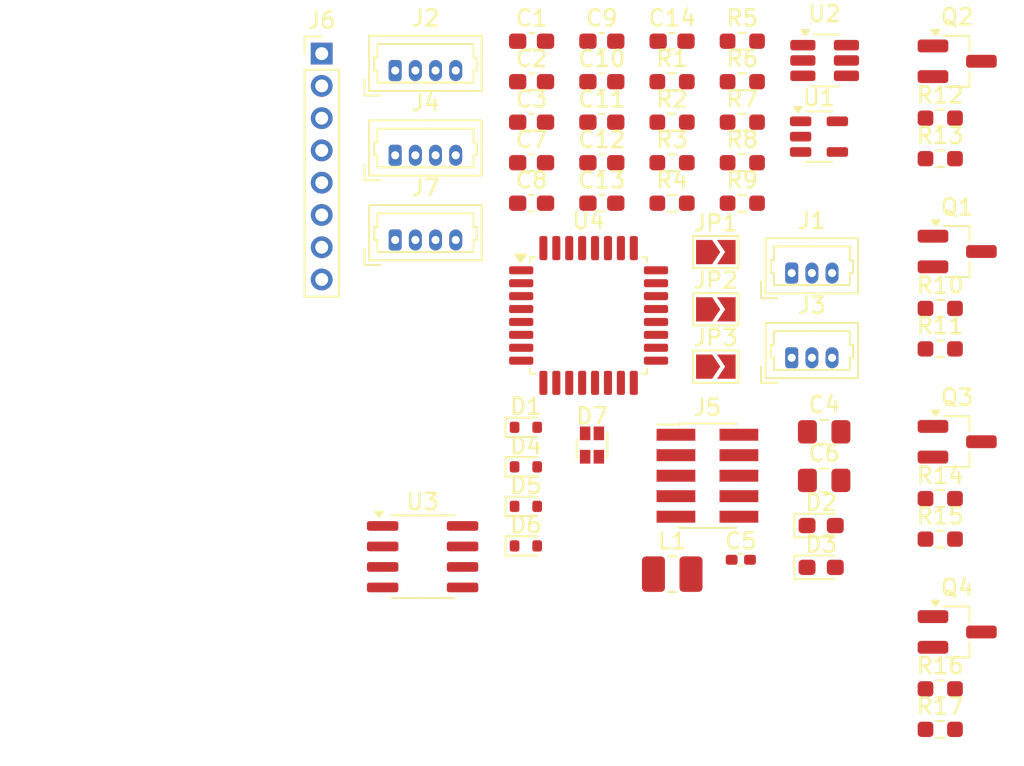
<source format=kicad_pcb>
(kicad_pcb (version 20240108) (generator "pcbnew") (generator_version "8.0")
  (layers (0 "F.Cu" signal) (31 "B.Cu" signal) (34 "B.Paste" user) (35 "F.Paste" user) (36 "B.SilkS" user "B.Silkscreen") (37 "F.SilkS" user "F.Silkscreen") (38 "B.Mask" user) (39 "F.Mask" user) (44 "Edge.Cuts" user))
  (net 0 "")
  (net 1 "Net-(U2-VBST)")
  (net 2 "Net-(U2-SW)")
  (net 3 "GND")
  (net 4 "+5V")
  (net 5 "Net-(U1-Bypass)")
  (net 6 "+3V3")
  (net 7 "+24V")
  (net 8 "/~{RST}")
  (net 9 "Net-(D2-A)")
  (net 10 "/CAN_TX")
  (net 11 "/CAN_RX")
  (net 12 "Net-(D3-A)")
  (net 13 "/SWDIO")
  (net 14 "/SWCLK")
  (net 15 "Net-(D7-A2)")
  (net 16 "Net-(D7-A1)")
  (net 17 "/LED_lowSide_driver1/drain")
  (net 18 "/LED_lowSide_driver/drain")
  (net 19 "/CAN+")
  (net 20 "/CAN-")
  (net 21 "/LED_lowSide_driver3/drain")
  (net 22 "/LED_lowSide_driver2/drain")
  (net 27 "Net-(J6-Pin_7)")
  (net 28 "Net-(J6-Pin_1)")
  (net 29 "Net-(J6-Pin_2)")
  (net 30 "Net-(J6-Pin_8)")
  (net 31 "Net-(J6-Pin_5)")
  (net 32 "Net-(J6-Pin_6)")
  (net 33 "Net-(J6-Pin_4)")
  (net 34 "Net-(J6-Pin_3)")
  (net 35 "/ledClock")
  (net 36 "/ledData")
  (net 37 "/adressBit2")
  (net 38 "/adressBit1")
  (net 39 "/adressBit0")
  (net 40 "Net-(Q1-G)")
  (net 41 "Net-(Q2-G)")
  (net 42 "Net-(Q3-G)")
  (net 43 "Net-(Q4-G)")
  (net 44 "Net-(U2-VFB)")
  (net 45 "/Status_LED_Red")
  (net 46 "/Status_LED_Green")
  (net 47 "/LED0_warmWhite")
  (net 48 "/LED0_coldWhite")
  (net 49 "/LED1_warmWhite")
  (net 50 "/LED1_coldWhite")
  (footprint "Package_TO_SOT_SMD:SOT-23_Handsoldering" (layer "F.Cu") (at 160.7375 100.385)
    (property "Reference" "Q1" (at 0 -2.75 0) (layer "F.SilkS"))
    (property "Value" "IRLML0030")
    (pad "1" smd roundrect (at -1.5 -0.95) (size 1.9 0.8) (layers "F.Cu" "F.Paste" "F.Mask") (net 40 "Net-(Q1-G)"))
    (pad "2" smd roundrect (at -1.5 0.95) (size 1.9 0.8) (layers "F.Cu" "F.Paste" "F.Mask") (net 3 "GND"))
    (pad "3" smd roundrect (at 1.5 0) (size 1.9 0.8) (layers "F.Cu" "F.Paste" "F.Mask") (net 18 "/LED_lowSide_driver/drain"))
  )
  (footprint "Capacitor_SMD:C_0603_1608Metric_Pad1.08x0.95mm_HandSolder" (layer "F.Cu") (at 138.7275 92.37)
    (property "Reference" "C11" (at 0 -1.43 0) (layer "F.SilkS"))
    (property "Value" "1u")
    (pad "1" smd roundrect (at -0.8625 0) (size 1.075 0.95) (layers "F.Cu" "F.Paste" "F.Mask") (net 6 "+3V3"))
    (pad "2" smd roundrect (at 0.8625 0) (size 1.075 0.95) (layers "F.Cu" "F.Paste" "F.Mask") (net 3 "GND"))
  )
  (footprint "Resistor_SMD:R_0603_1608Metric_Pad0.98x0.95mm_HandSolder" (layer "F.Cu") (at 147.4275 87.35)
    (property "Reference" "R5" (at 0 -1.43 0) (layer "F.SilkS"))
    (property "Value" "1k2")
    (pad "1" smd roundrect (at -0.9125 0) (size 0.975 0.95) (layers "F.Cu" "F.Paste" "F.Mask") (net 12 "Net-(D3-A)"))
    (pad "2" smd roundrect (at 0.9125 0) (size 0.975 0.95) (layers "F.Cu" "F.Paste" "F.Mask") (net 6 "+3V3"))
  )
  (footprint "Capacitor_SMD:C_0603_1608Metric_Pad1.08x0.95mm_HandSolder" (layer "F.Cu") (at 138.7275 89.86)
    (property "Reference" "C10" (at 0 -1.43 0) (layer "F.SilkS"))
    (property "Value" "100n")
    (pad "1" smd roundrect (at -0.8625 0) (size 1.075 0.95) (layers "F.Cu" "F.Paste" "F.Mask") (net 8 "/~{RST}"))
    (pad "2" smd roundrect (at 0.8625 0) (size 1.075 0.95) (layers "F.Cu" "F.Paste" "F.Mask") (net 3 "GND"))
  )
  (footprint "Capacitor_SMD:C_0603_1608Metric_Pad1.08x0.95mm_HandSolder" (layer "F.Cu") (at 134.3775 92.37)
    (property "Reference" "C3" (at 0 -1.43 0) (layer "F.SilkS"))
    (property "Value" "22u")
    (pad "1" smd roundrect (at -0.8625 0) (size 1.075 0.95) (layers "F.Cu" "F.Paste" "F.Mask") (net 3 "GND"))
    (pad "2" smd roundrect (at 0.8625 0) (size 1.075 0.95) (layers "F.Cu" "F.Paste" "F.Mask") (net 4 "+5V"))
  )
  (footprint "MountingHole:MountingHole_3.2mm_M3_ISO14580" (layer "F.Cu") (at 106.6 112.2)
    (property "Reference" "H2" (hide yes))
    (property "Value" "MountingHole")
    (pad "" np_thru_hole circle (at 0 0) (size 3.2 3.2) (drill 3.2) (layers "*.Cu" "*.Mask"))
  )
  (footprint "Package_TO_SOT_SMD:SOT-23-6_Handsoldering" (layer "F.Cu") (at 152.5275 88.545)
    (property "Reference" "U2" (at 0 -2.9 0) (layer "F.SilkS"))
    (property "Value" "TPP361061-T6TR")
    (pad "1" smd roundrect (at -1.35 -0.95) (size 1.56 0.65) (layers "F.Cu" "F.Paste" "F.Mask") (net 1 "Net-(U2-VBST)"))
    (pad "2" smd roundrect (at -1.35 0) (size 1.56 0.65) (layers "F.Cu" "F.Paste" "F.Mask") (net 3 "GND"))
    (pad "3" smd roundrect (at -1.35 0.95) (size 1.56 0.65) (layers "F.Cu" "F.Paste" "F.Mask") (net 44 "Net-(U2-VFB)"))
    (pad "4" smd roundrect (at 1.35 0.95) (size 1.56 0.65) (layers "F.Cu" "F.Paste" "F.Mask") (net 7 "+24V"))
    (pad "5" smd roundrect (at 1.35 0) (size 1.56 0.65) (layers "F.Cu" "F.Paste" "F.Mask") (net 7 "+24V"))
    (pad "6" smd roundrect (at 1.35 -0.95) (size 1.56 0.65) (layers "F.Cu" "F.Paste" "F.Mask") (net 2 "Net-(U2-SW)"))
  )
  (footprint "Package_TO_SOT_SMD:SOT-23_Handsoldering" (layer "F.Cu") (at 160.7375 123.965)
    (property "Reference" "Q4" (at 0 -2.75 0) (layer "F.SilkS"))
    (property "Value" "IRLML0030")
    (pad "1" smd roundrect (at -1.5 -0.95) (size 1.9 0.8) (layers "F.Cu" "F.Paste" "F.Mask") (net 43 "Net-(Q4-G)"))
    (pad "2" smd roundrect (at -1.5 0.95) (size 1.9 0.8) (layers "F.Cu" "F.Paste" "F.Mask") (net 3 "GND"))
    (pad "3" smd roundrect (at 1.5 0) (size 1.9 0.8) (layers "F.Cu" "F.Paste" "F.Mask") (net 21 "/LED_lowSide_driver3/drain"))
  )
  (footprint "Diode_SMD:D_SOD-523" (layer "F.Cu") (at 134.0225 111.28)
    (property "Reference" "D1" (at 0 -1.3 0) (layer "F.SilkS"))
    (property "Value" "ESD5Zxx")
    (pad "1" smd roundrect (at -0.7 0 180) (size 0.6 0.7) (layers "F.Cu" "F.Paste" "F.Mask") (net 6 "+3V3"))
    (pad "2" smd roundrect (at 0.7 0 180) (size 0.6 0.7) (layers "F.Cu" "F.Paste" "F.Mask") (net 3 "GND"))
  )
  (footprint "Jumper:SolderJumper-2_P1.3mm_Open_TrianglePad1.0x1.5mm" (layer "F.Cu") (at 145.7875 103.97)
    (property "Reference" "JP2" (at 0 -1.8 0) (layer "F.SilkS"))
    (property "Value" "SolderJumper_2_Open")
    (pad "1" smd custom (at -0.725 0) (size 0.3 0.3) (layers "F.Cu" "F.Mask") (net 6 "+3V3") (options (clearance outline) (anchor rect)) (primitives (gr_poly (pts (xy 1 0) (xy 0.5 0.75) (xy -0.5 0.75) (xy -0.5 -0.75) (xy 0.5 -0.75)) (width 0) (fill yes))))
    (pad "2" smd custom (at 0.725 0) (size 0.3 0.3) (layers "F.Cu" "F.Mask") (net 38 "/adressBit1") (options (clearance outline) (anchor rect)) (primitives (gr_poly (pts (xy 0.5 0.75) (xy -0.65 0.75) (xy -0.15 0) (xy -0.65 -0.75) (xy 0.5 -0.75)) (width 0) (fill yes))))
  )
  (footprint "Diode_SMD:D_SOD-523" (layer "F.Cu") (at 134.0225 116.18)
    (property "Reference" "D5" (at 0 -1.3 0) (layer "F.SilkS"))
    (property "Value" "ESD5Zxx")
    (pad "1" smd roundrect (at -0.7 0 180) (size 0.6 0.7) (layers "F.Cu" "F.Paste" "F.Mask") (net 14 "/SWCLK"))
    (pad "2" smd roundrect (at 0.7 0 180) (size 0.6 0.7) (layers "F.Cu" "F.Paste" "F.Mask") (net 3 "GND"))
  )
  (footprint "Capacitor_SMD:C_0603_1608Metric_Pad1.08x0.95mm_HandSolder" (layer "F.Cu") (at 138.7275 97.39)
    (property "Reference" "C13" (at 0 -1.43 0) (layer "F.SilkS"))
    (property "Value" "10u")
    (pad "1" smd roundrect (at -0.8625 0) (size 1.075 0.95) (layers "F.Cu" "F.Paste" "F.Mask") (net 3 "GND"))
    (pad "2" smd roundrect (at 0.8625 0) (size 1.075 0.95) (layers "F.Cu" "F.Paste" "F.Mask") (net 6 "+3V3"))
  )
  (footprint "Connector_PinHeader_2.00mm:PinHeader_1x08_P2.00mm_Vertical" (layer "F.Cu") (at 121.3775 88.12)
    (property "Reference" "J6" (at 0 -2.06 0) (layer "F.SilkS"))
    (property "Value" "Conn_01x08_Pin")
    (pad "1" thru_hole rect (at 0 0) (size 1.35 1.35) (drill 0.8) (layers "*.Cu" "*.Mask") (net 28 "Net-(J6-Pin_1)"))
    (pad "2" thru_hole oval (at 0 2) (size 1.35 1.35) (drill 0.8) (layers "*.Cu" "*.Mask") (net 29 "Net-(J6-Pin_2)"))
    (pad "3" thru_hole oval (at 0 4) (size 1.35 1.35) (drill 0.8) (layers "*.Cu" "*.Mask") (net 34 "Net-(J6-Pin_3)"))
    (pad "4" thru_hole oval (at 0 6) (size 1.35 1.35) (drill 0.8) (layers "*.Cu" "*.Mask") (net 33 "Net-(J6-Pin_4)"))
    (pad "5" thru_hole oval (at 0 8) (size 1.35 1.35) (drill 0.8) (layers "*.Cu" "*.Mask") (net 31 "Net-(J6-Pin_5)"))
    (pad "6" thru_hole oval (at 0 10) (size 1.35 1.35) (drill 0.8) (layers "*.Cu" "*.Mask") (net 32 "Net-(J6-Pin_6)"))
    (pad "7" thru_hole oval (at 0 12) (size 1.35 1.35) (drill 0.8) (layers "*.Cu" "*.Mask") (net 27 "Net-(J6-Pin_7)"))
    (pad "8" thru_hole oval (at 0 14) (size 1.35 1.35) (drill 0.8) (layers "*.Cu" "*.Mask") (net 30 "Net-(J6-Pin_8)"))
  )
  (footprint "Resistor_SMD:R_0603_1608Metric_Pad0.98x0.95mm_HandSolder" (layer "F.Cu") (at 147.4275 94.88)
    (property "Reference" "R8" (at 0 -1.43 0) (layer "F.SilkS"))
    (property "Value" "68R")
    (pad "1" smd roundrect (at -0.9125 0) (size 0.975 0.95) (layers "F.Cu" "F.Paste" "F.Mask") (net 45 "/Status_LED_Red"))
    (pad "2" smd roundrect (at 0.9125 0) (size 0.975 0.95) (layers "F.Cu" "F.Paste" "F.Mask") (net 15 "Net-(D7-A2)"))
  )
  (footprint "Resistor_SMD:R_0603_1608Metric_Pad0.98x0.95mm_HandSolder" (layer "F.Cu") (at 159.6875 94.63)
    (property "Reference" "R13" (at 0 -1.43 0) (layer "F.SilkS"))
    (property "Value" "1M")
    (pad "1" smd roundrect (at -0.9125 0) (size 0.975 0.95) (layers "F.Cu" "F.Paste" "F.Mask") (net 41 "Net-(Q2-G)"))
    (pad "2" smd roundrect (at 0.9125 0) (size 0.975 0.95) (layers "F.Cu" "F.Paste" "F.Mask") (net 3 "GND"))
  )
  (footprint "Capacitor_SMD:C_0805_2012Metric_Pad1.18x1.45mm_HandSolder" (layer "F.Cu") (at 152.4975 111.56)
    (property "Reference" "C4" (at 0 -1.68 0) (layer "F.SilkS"))
    (property "Value" "1u")
    (pad "1" smd roundrect (at -1.0375 0) (size 1.175 1.45) (layers "F.Cu" "F.Paste" "F.Mask") (roundrect_rratio 0.212766) (net 4 "+5V"))
    (pad "2" smd roundrect (at 1.0375 0) (size 1.175 1.45) (layers "F.Cu" "F.Paste" "F.Mask") (roundrect_rratio 0.212766) (net 3 "GND"))
  )
  (footprint "Connector_Molex:Molex_PicoBlade_53047-0410_1x04_P1.25mm_Vertical" (layer "F.Cu") (at 125.9275 94.42)
    (property "Reference" "J4" (at 1.88 -3.25 0) (layer "F.SilkS"))
    (property "Value" "Power/CAN")
    (pad "1" thru_hole roundrect (at 0 0) (size 0.8 1.3) (drill 0.5) (layers "*.Cu" "*.Mask") (net 3 "GND"))
    (pad "2" thru_hole oval (at 1.25 0) (size 0.8 1.3) (drill 0.5) (layers "*.Cu" "*.Mask") (net 7 "+24V"))
    (pad "3" thru_hole oval (at 2.5 0) (size 0.8 1.3) (drill 0.5) (layers "*.Cu" "*.Mask") (net 19 "/CAN+"))
    (pad "4" thru_hole oval (at 3.75 0) (size 0.8 1.3) (drill 0.5) (layers "*.Cu" "*.Mask") (net 20 "/CAN-"))
  )
  (footprint "Capacitor_SMD:C_0603_1608Metric_Pad1.08x0.95mm_HandSolder" (layer "F.Cu") (at 134.3775 94.88)
    (property "Reference" "C7" (at 0 -1.43 0) (layer "F.SilkS"))
    (property "Value" "10u 35V")
    (pad "1" smd roundrect (at -0.8625 0) (size 1.075 0.95) (layers "F.Cu" "F.Paste" "F.Mask") (net 3 "GND"))
    (pad "2" smd roundrect (at 0.8625 0) (size 1.075 0.95) (layers "F.Cu" "F.Paste" "F.Mask") (net 7 "+24V"))
  )
  (footprint "MountingHole:MountingHole_3.2mm_M3_ISO14580" (layer "F.Cu") (at 106.6 105.37)
    (property "Reference" "H1" (hide yes))
    (property "Value" "MountingHole")
    (pad "" np_thru_hole circle (at 0 0) (size 3.2 3.2) (drill 3.2) (layers "*.Cu" "*.Mask"))
  )
  (footprint "Diode_SMD:D_SOD-523" (layer "F.Cu") (at 134.0225 118.63)
    (property "Reference" "D6" (at 0 -1.3 0) (layer "F.SilkS"))
    (property "Value" "ESD5Zxx")
    (pad "1" smd roundrect (at -0.7 0 180) (size 0.6 0.7) (layers "F.Cu" "F.Paste" "F.Mask") (net 8 "/~{RST}"))
    (pad "2" smd roundrect (at 0.7 0 180) (size 0.6 0.7) (layers "F.Cu" "F.Paste" "F.Mask") (net 3 "GND"))
  )
  (footprint "Resistor_SMD:R_0603_1608Metric_Pad0.98x0.95mm_HandSolder" (layer "F.Cu") (at 159.6875 92.12)
    (property "Reference" "R12" (at 0 -1.43 0) (layer "F.SilkS"))
    (property "Value" "100R")
    (pad "1" smd roundrect (at -0.9125 0) (size 0.975 0.95) (layers "F.Cu" "F.Paste" "F.Mask") (net 48 "/LED0_coldWhite"))
    (pad "2" smd roundrect (at 0.9125 0) (size 0.975 0.95) (layers "F.Cu" "F.Paste" "F.Mask") (net 41 "Net-(Q2-G)"))
  )
  (footprint "Connector_Molex:Molex_PicoBlade_53047-0410_1x04_P1.25mm_Vertical" (layer "F.Cu") (at 125.9275 89.17)
    (property "Reference" "J2" (at 1.88 -3.25 0) (layer "F.SilkS"))
    (property "Value" "Power/CAN")
    (pad "1" thru_hole roundrect (at 0 0) (size 0.8 1.3) (drill 0.5) (layers "*.Cu" "*.Mask") (net 3 "GND"))
    (pad "2" thru_hole oval (at 1.25 0) (size 0.8 1.3) (drill 0.5) (layers "*.Cu" "*.Mask") (net 7 "+24V"))
    (pad "3" thru_hole oval (at 2.5 0) (size 0.8 1.3) (drill 0.5) (layers "*.Cu" "*.Mask") (net 19 "/CAN+"))
    (pad "4" thru_hole oval (at 3.75 0) (size 0.8 1.3) (drill 0.5) (layers "*.Cu" "*.Mask") (net 20 "/CAN-"))
  )
  (footprint "Resistor_SMD:R_0603_1608Metric_Pad0.98x0.95mm_HandSolder" (layer "F.Cu") (at 159.6875 118.21)
    (property "Reference" "R15" (at 0 -1.43 0) (layer "F.SilkS"))
    (property "Value" "1M")
    (pad "1" smd roundrect (at -0.9125 0) (size 0.975 0.95) (layers "F.Cu" "F.Paste" "F.Mask") (net 42 "Net-(Q3-G)"))
    (pad "2" smd roundrect (at 0.9125 0) (size 0.975 0.95) (layers "F.Cu" "F.Paste" "F.Mask") (net 3 "GND"))
  )
  (footprint "Inductor_SMD:L_1008_2520Metric_Pad1.43x2.20mm_HandSolder" (layer "F.Cu") (at 143.0875 120.38)
    (property "Reference" "L1" (at 0 -2.05 0) (layer "F.SilkS"))
    (property "Value" "10u")
    (pad "1" smd roundrect (at -1.1625 0) (size 1.425 2.2) (layers "F.Cu" "F.Paste" "F.Mask") (roundrect_rratio 0.175439) (net 2 "Net-(U2-SW)"))
    (pad "2" smd roundrect (at 1.1625 0) (size 1.425 2.2) (layers "F.Cu" "F.Paste" "F.Mask") (roundrect_rratio 0.175439) (net 4 "+5V"))
  )
  (footprint "Resistor_SMD:R_0603_1608Metric_Pad0.98x0.95mm_HandSolder" (layer "F.Cu") (at 143.0775 89.86)
    (property "Reference" "R1" (at 0 -1.43 0) (layer "F.SilkS"))
    (property "Value" "20k")
    (pad "1" smd roundrect (at -0.9125 0) (size 0.975 0.95) (layers "F.Cu" "F.Paste" "F.Mask") (net 4 "+5V"))
    (pad "2" smd roundrect (at 0.9125 0) (size 0.975 0.95) (layers "F.Cu" "F.Paste" "F.Mask") (net 44 "Net-(U2-VFB)"))
  )
  (footprint "Capacitor_SMD:C_0603_1608Metric_Pad1.08x0.95mm_HandSolder" (layer "F.Cu") (at 138.7275 94.88)
    (property "Reference" "C12" (at 0 -1.43 0) (layer "F.SilkS"))
    (property "Value" "100n")
    (pad "1" smd roundrect (at -0.8625 0) (size 1.075 0.95) (layers "F.Cu" "F.Paste" "F.Mask") (net 6 "+3V3"))
    (pad "2" smd roundrect (at 0.8625 0) (size 1.075 0.95) (layers "F.Cu" "F.Paste" "F.Mask") (net 3 "GND"))
  )
  (footprint "Package_SO:SOIC-8_3.9x4.9mm_P1.27mm" (layer "F.Cu") (at 127.6275 119.3)
    (property "Reference" "U3" (at 0 -3.4 0) (layer "F.SilkS"))
    (property "Value" "TJA1051T-3")
    (pad "1" smd roundrect (at -2.475 -1.905) (size 1.95 0.6) (layers "F.Cu" "F.Paste" "F.Mask") (net 10 "/CAN_TX"))
    (pad "2" smd roundrect (at -2.475 -0.635) (size 1.95 0.6) (layers "F.Cu" "F.Paste" "F.Mask") (net 3 "GND"))
    (pad "3" smd roundrect (at -2.475 0.635) (size 1.95 0.6) (layers "F.Cu" "F.Paste" "F.Mask") (net 4 "+5V"))
    (pad "4" smd roundrect (at -2.475 1.905) (size 1.95 0.6) (layers "F.Cu" "F.Paste" "F.Mask") (net 11 "/CAN_RX"))
    (pad "5" smd roundrect (at 2.475 1.905) (size 1.95 0.6) (layers "F.Cu" "F.Paste" "F.Mask") (net 6 "+3V3"))
    (pad "6" smd roundrect (at 2.475 0.635) (size 1.95 0.6) (layers "F.Cu" "F.Paste" "F.Mask") (net 20 "/CAN-"))
    (pad "7" smd roundrect (at 2.475 -0.635) (size 1.95 0.6) (layers "F.Cu" "F.Paste" "F.Mask") (net 19 "/CAN+"))
    (pad "8" smd roundrect (at 2.475 -1.905) (size 1.95 0.6) (layers "F.Cu" "F.Paste" "F.Mask") (net 3 "GND"))
  )
  (footprint "Package_TO_SOT_SMD:SOT-23_Handsoldering" (layer "F.Cu") (at 160.7375 88.595)
    (property "Reference" "Q2" (at 0 -2.75 0) (layer "F.SilkS"))
    (property "Value" "IRLML0030")
    (pad "1" smd roundrect (at -1.5 -0.95) (size 1.9 0.8) (layers "F.Cu" "F.Paste" "F.Mask") (net 41 "Net-(Q2-G)"))
    (pad "2" smd roundrect (at -1.5 0.95) (size 1.9 0.8) (layers "F.Cu" "F.Paste" "F.Mask") (net 3 "GND"))
    (pad "3" smd roundrect (at 1.5 0) (size 1.9 0.8) (layers "F.Cu" "F.Paste" "F.Mask") (net 17 "/LED_lowSide_driver1/drain"))
  )
  (footprint "Connector_Molex:Molex_PicoBlade_53047-0310_1x03_P1.25mm_Vertical" (layer "F.Cu") (at 150.4875 101.72)
    (property "Reference" "J1" (at 1.25 -3.25 0) (layer "F.SilkS"))
    (property "Value" "LED-strip0")
    (pad "1" thru_hole roundrect (at 0 0) (size 0.8 1.3) (drill 0.5) (layers "*.Cu" "*.Mask") (net 17 "/LED_lowSide_driver1/drain"))
    (pad "2" thru_hole oval (at 1.25 0) (size 0.8 1.3) (drill 0.5) (layers "*.Cu" "*.Mask") (net 18 "/LED_lowSide_driver/drain"))
    (pad "3" thru_hole oval (at 2.5 0) (size 0.8 1.3) (drill 0.5) (layers "*.Cu" "*.Mask") (net 7 "+24V"))
  )
  (footprint "Package_TO_SOT_SMD:SOT-23-5" (layer "F.Cu") (at 152.1775 93.265)
    (property "Reference" "U1" (at 0 -2.4 0) (layer "F.SilkS"))
    (property "Value" "TC1185-xCT")
    (pad "1" smd roundrect (at -1.1375 -0.95) (size 1.325 0.6) (layers "F.Cu" "F.Paste" "F.Mask") (net 4 "+5V"))
    (pad "2" smd roundrect (at -1.1375 0) (size 1.325 0.6) (layers "F.Cu" "F.Paste" "F.Mask") (net 3 "GND"))
    (pad "3" smd roundrect (at -1.1375 0.95) (size 1.325 0.6) (layers "F.Cu" "F.Paste" "F.Mask") (net 4 "+5V"))
    (pad "4" smd roundrect (at 1.1375 0.95) (size 1.325 0.6) (layers "F.Cu" "F.Paste" "F.Mask") (net 5 "Net-(U1-Bypass)"))
    (pad "5" smd roundrect (at 1.1375 -0.95) (size 1.325 0.6) (layers "F.Cu" "F.Paste" "F.Mask") (net 6 "+3V3"))
  )
  (footprint "Connector_PinHeader_1.27mm:PinHeader_2x05_P1.27mm_Vertical_SMD" (layer "F.Cu") (at 145.2675 114.28)
    (property "Reference" "J5" (at 0 -4.235 0) (layer "F.SilkS"))
    (property "Value" "SWD")
    (pad "1" smd rect (at -1.95 -2.54) (size 2.4 0.74) (layers "F.Cu" "F.Paste" "F.Mask") (net 6 "+3V3"))
    (pad "2" smd rect (at 1.95 -2.54) (size 2.4 0.74) (layers "F.Cu" "F.Paste" "F.Mask") (net 13 "/SWDIO"))
    (pad "3" smd rect (at -1.95 -1.27) (size 2.4 0.74) (layers "F.Cu" "F.Paste" "F.Mask") (net 3 "GND"))
    (pad "4" smd rect (at 1.95 -1.27) (size 2.4 0.74) (layers "F.Cu" "F.Paste" "F.Mask") (net 14 "/SWCLK"))
    (pad "5" smd rect (at -1.95 0) (size 2.4 0.74) (layers "F.Cu" "F.Paste" "F.Mask") (net 3 "GND"))
    (pad "6" smd rect (at 1.95 0) (size 2.4 0.74) (layers "F.Cu" "F.Paste" "F.Mask"))
    (pad "7" smd rect (at -1.95 1.27) (size 2.4 0.74) (layers "F.Cu" "F.Paste" "F.Mask"))
    (pad "8" smd rect (at 1.95 1.27) (size 2.4 0.74) (layers "F.Cu" "F.Paste" "F.Mask"))
    (pad "9" smd rect (at -1.95 2.54) (size 2.4 0.74) (layers "F.Cu" "F.Paste" "F.Mask"))
    (pad "10" smd rect (at 1.95 2.54) (size 2.4 0.74) (layers "F.Cu" "F.Paste" "F.Mask") (net 8 "/~{RST}"))
  )
  (footprint "Package_TO_SOT_SMD:SOT-23_Handsoldering" (layer "F.Cu") (at 160.7375 112.175)
    (property "Reference" "Q3" (at 0 -2.75 0) (layer "F.SilkS"))
    (property "Value" "IRLML0030")
    (pad "1" smd roundrect (at -1.5 -0.95) (size 1.9 0.8) (layers "F.Cu" "F.Paste" "F.Mask") (net 42 "Net-(Q3-G)"))
    (pad "2" smd roundrect (at -1.5 0.95) (size 1.9 0.8) (layers "F.Cu" "F.Paste" "F.Mask") (net 3 "GND"))
    (pad "3" smd roundrect (at 1.5 0) (size 1.9 0.8) (layers "F.Cu" "F.Paste" "F.Mask") (net 22 "/LED_lowSide_driver2/drain"))
  )
  (footprint "Resistor_SMD:R_0603_1608Metric_Pad0.98x0.95mm_HandSolder" (layer "F.Cu") (at 143.0775 94.88)
    (property "Reference" "R3" (at 0 -1.43 0) (layer "F.SilkS"))
    (property "Value" "120R")
    (pad "1" smd roundrect (at -0.9125 0) (size 0.975 0.95) (layers "F.Cu" "F.Paste" "F.Mask") (net 19 "/CAN+"))
    (pad "2" smd roundrect (at 0.9125 0) (size 0.975 0.95) (layers "F.Cu" "F.Paste" "F.Mask") (net 20 "/CAN-"))
  )
  (footprint "LED_SMD:LED_0603_1608Metric_Pad1.05x0.95mm_HandSolder" (layer "F.Cu") (at 152.3125 117.37)
    (property "Reference" "D2" (at 0 -1.43 0) (layer "F.SilkS"))
    (property "Value" "150060BS75000")
    (pad "1" smd roundrect (at -0.875 0) (size 1.05 0.95) (layers "F.Cu" "F.Paste" "F.Mask") (net 10 "/CAN_TX"))
    (pad "2" smd roundrect (at 0.875 0) (size 1.05 0.95) (layers "F.Cu" "F.Paste" "F.Mask") (net 9 "Net-(D2-A)"))
  )
  (footprint "Capacitor_SMD:C_0603_1608Metric_Pad1.08x0.95mm_HandSolder" (layer "F.Cu") (at 134.3775 97.39)
    (property "Reference" "C8" (at 0 -1.43 0) (layer "F.SilkS"))
    (property "Value" "10u 35V")
    (pad "1" smd roundrect (at -0.8625 0) (size 1.075 0.95) (layers "F.Cu" "F.Paste" "F.Mask") (net 3 "GND"))
    (pad "2" smd roundrect (at 0.8625 0) (size 1.075 0.95) (layers "F.Cu" "F.Paste" "F.Mask") (net 7 "+24V"))
  )
  (footprint "Resistor_SMD:R_0603_1608Metric_Pad0.98x0.95mm_HandSolder" (layer "F.Cu") (at 143.0775 97.39)
    (property "Reference" "R4" (at 0 -1.43 0) (layer "F.SilkS"))
    (property "Value" "1k2")
    (pad "1" smd roundrect (at -0.9125 0) (size 0.975 0.95) (layers "F.Cu" "F.Paste" "F.Mask") (net 9 "Net-(D2-A)"))
    (pad "2" smd roundrect (at 0.9125 0) (size 0.975 0.95) (layers "F.Cu" "F.Paste" "F.Mask") (net 6 "+3V3"))
  )
  (footprint "Resistor_SMD:R_0603_1608Metric_Pad0.98x0.95mm_HandSolder" (layer "F.Cu") (at 159.6875 106.42)
    (property "Reference" "R11" (at 0 -1.43 0) (layer "F.SilkS"))
    (property "Value" "1M")
    (pad "1" smd roundrect (at -0.9125 0) (size 0.975 0.95) (layers "F.Cu" "F.Paste" "F.Mask") (net 40 "Net-(Q1-G)"))
    (pad "2" smd roundrect (at 0.9125 0) (size 0.975 0.95) (layers "F.Cu" "F.Paste" "F.Mask") (net 3 "GND"))
  )
  (footprint "Capacitor_SMD:C_0603_1608Metric_Pad1.08x0.95mm_HandSolder" (layer "F.Cu") (at 134.3775 87.35)
    (property "Reference" "C1" (at 0 -1.43 0) (layer "F.SilkS"))
    (property "Value" "100n")
    (pad "1" smd roundrect (at -0.8625 0) (size 1.075 0.95) (layers "F.Cu" "F.Paste" "F.Mask") (net 1 "Net-(U2-VBST)"))
    (pad "2" smd roundrect (at 0.8625 0) (size 1.075 0.95) (layers "F.Cu" "F.Paste" "F.Mask") (net 2 "Net-(U2-SW)"))
  )
  (footprint "Jumper:SolderJumper-2_P1.3mm_Open_TrianglePad1.0x1.5mm" (layer "F.Cu") (at 145.7875 107.52)
    (property "Reference" "JP3" (at 0 -1.8 0) (layer "F.SilkS"))
    (property "Value" "SolderJumper_2_Open")
    (pad "1" smd custom (at -0.725 0) (size 0.3 0.3) (layers "F.Cu" "F.Mask") (net 6 "+3V3") (options (clearance outline) (anchor rect)) (primitives (gr_poly (pts (xy 1 0) (xy 0.5 0.75) (xy -0.5 0.75) (xy -0.5 -0.75) (xy 0.5 -0.75)) (width 0) (fill yes))))
    (pad "2" smd custom (at 0.725 0) (size 0.3 0.3) (layers "F.Cu" "F.Mask") (net 39 "/adressBit0") (options (clearance outline) (anchor rect)) (primitives (gr_poly (pts (xy 0.5 0.75) (xy -0.65 0.75) (xy -0.15 0) (xy -0.65 -0.75) (xy 0.5 -0.75)) (width 0) (fill yes))))
  )
  (footprint "Capacitor_SMD:C_0402_1005Metric_Pad0.74x0.62mm_HandSolder" (layer "F.Cu") (at 147.3375 119.49)
    (property "Reference" "C5" (at 0 -1.16 0) (layer "F.SilkS"))
    (property "Value" "470p")
    (pad "1" smd roundrect (at -0.5675 0) (size 0.735 0.62) (layers "F.Cu" "F.Paste" "F.Mask") (net 5 "Net-(U1-Bypass)"))
    (pad "2" smd roundrect (at 0.5675 0) (size 0.735 0.62) (layers "F.Cu" "F.Paste" "F.Mask") (net 3 "GND"))
  )
  (footprint "LED_SMD:LED_0603_1608Metric_Pad1.05x0.95mm_HandSolder" (layer "F.Cu") (at 152.3125 119.96)
    (property "Reference" "D3" (at 0 -1.43 0) (layer "F.SilkS"))
    (property "Value" "150060BS75000")
    (pad "1" smd roundrect (at -0.875 0) (size 1.05 0.95) (layers "F.Cu" "F.Paste" "F.Mask") (net 11 "/CAN_RX"))
    (pad "2" smd roundrect (at 0.875 0) (size 1.05 0.95) (layers "F.Cu" "F.Paste" "F.Mask") (net 12 "Net-(D3-A)"))
  )
  (footprint "Diode_SMD:D_SOD-523" (layer "F.Cu") (at 134.0225 113.73)
    (property "Reference" "D4" (at 0 -1.3 0) (layer "F.SilkS"))
    (property "Value" "ESD5Zxx")
    (pad "1" smd roundrect (at -0.7 0 180) (size 0.6 0.7) (layers "F.Cu" "F.Paste" "F.Mask") (net 13 "/SWDIO"))
    (pad "2" smd roundrect (at 0.7 0 180) (size 0.6 0.7) (layers "F.Cu" "F.Paste" "F.Mask") (net 3 "GND"))
  )
  (footprint "Resistor_SMD:R_0603_1608Metric_Pad0.98x0.95mm_HandSolder" (layer "F.Cu") (at 159.6875 115.7)
    (property "Reference" "R14" (at 0 -1.43 0) (layer "F.SilkS"))
    (property "Value" "100R")
    (pad "1" smd roundrect (at -0.9125 0) (size 0.975 0.95) (layers "F.Cu" "F.Paste" "F.Mask") (net 49 "/LED1_warmWhite"))
    (pad "2" smd roundrect (at 0.9125 0) (size 0.975 0.95) (layers "F.Cu" "F.Paste" "F.Mask") (net 42 "Net-(Q3-G)"))
  )
  (footprint "Resistor_SMD:R_0603_1608Metric_Pad0.98x0.95mm_HandSolder" (layer "F.Cu") (at 159.6875 130)
    (property "Reference" "R17" (at 0 -1.43 0) (layer "F.SilkS"))
    (property "Value" "1M")
    (pad "1" smd roundrect (at -0.9125 0) (size 0.975 0.95) (layers "F.Cu" "F.Paste" "F.Mask") (net 43 "Net-(Q4-G)"))
    (pad "2" smd roundrect (at 0.9125 0) (size 0.975 0.95) (layers "F.Cu" "F.Paste" "F.Mask") (net 3 "GND"))
  )
  (footprint "Resistor_SMD:R_0603_1608Metric_Pad0.98x0.95mm_HandSolder" (layer "F.Cu") (at 147.4275 97.39)
    (property "Reference" "R9" (at 0 -1.43 0) (layer "F.SilkS"))
    (property "Value" "4R7")
    (pad "1" smd roundrect (at -0.9125 0) (size 0.975 0.95) (layers "F.Cu" "F.Paste" "F.Mask") (net 46 "/Status_LED_Green"))
    (pad "2" smd roundrect (at 0.9125 0) (size 0.975 0.95) (layers "F.Cu" "F.Paste" "F.Mask") (net 16 "Net-(D7-A1)"))
  )
  (footprint "Resistor_SMD:R_0603_1608Metric_Pad0.98x0.95mm_HandSolder" (layer "F.Cu") (at 147.4275 89.86)
    (property "Reference" "R6" (at 0 -1.43 0) (layer "F.SilkS"))
    (property "Value" "2k2")
    (pad "1" smd roundrect (at -0.9125 0) (size 0.975 0.95) (layers "F.Cu" "F.Paste" "F.Mask") (net 4 "+5V"))
    (pad "2" smd roundrect (at 0.9125 0) (size 0.975 0.95) (layers "F.Cu" "F.Paste" "F.Mask") (net 35 "/ledClock"))
  )
  (footprint "Jumper:SolderJumper-2_P1.3mm_Open_TrianglePad1.0x1.5mm" (layer "F.Cu") (at 145.7875 100.42)
    (property "Reference" "JP1" (at 0 -1.8 0) (layer "F.SilkS"))
    (property "Value" "SolderJumper_2_Open")
    (pad "1" smd custom (at -0.725 0) (size 0.3 0.3) (layers "F.Cu" "F.Mask") (net 6 "+3V3") (options (clearance outline) (anchor rect)) (primitives (gr_poly (pts (xy 1 0) (xy 0.5 0.75) (xy -0.5 0.75) (xy -0.5 -0.75) (xy 0.5 -0.75)) (width 0) (fill yes))))
    (pad "2" smd custom (at 0.725 0) (size 0.3 0.3) (layers "F.Cu" "F.Mask") (net 37 "/adressBit2") (options (clearance outline) (anchor rect)) (primitives (gr_poly (pts (xy 0.5 0.75) (xy -0.65 0.75) (xy -0.15 0) (xy -0.65 -0.75) (xy 0.5 -0.75)) (width 0) (fill yes))))
  )
  (footprint "extraFootprints:LED_LiteOn_LTST-C195TGKRKT" (layer "F.Cu") (at 138.1175 112.38)
    (property "Reference" "D7" (at 0 -1.8 0) (layer "F.SilkS"))
    (property "Value" "LTST-C195TGKRKT")
    (pad "1" smd rect (at 0.425 -0.725) (size 0.65 0.85) (layers "F.Cu" "F.Paste" "F.Mask") (net 16 "Net-(D7-A1)"))
    (pad "2" smd rect (at -0.425 -0.725) (size 0.65 0.85) (layers "F.Cu" "F.Paste" "F.Mask") (net 15 "Net-(D7-A2)"))
    (pad "3" smd rect (at 0.425 0.725) (size 0.65 0.85) (layers "F.Cu" "F.Paste" "F.Mask") (net 3 "GND"))
    (pad "4" smd rect (at -0.425 0.725) (size 0.65 0.85) (layers "F.Cu" "F.Paste" "F.Mask") (net 3 "GND"))
  )
  (footprint "Package_QFP:LQFP-32_7x7mm_P0.8mm" (layer "F.Cu") (at 137.9075 104.35)
    (property "Reference" "U4" (at 0 -5.88 0) (layer "F.SilkS"))
    (property "Value" "STM32G0B1KETx")
    (pad "1" smd roundrect (at -4.175 -2.8) (size 1.5 0.5) (layers "F.Cu" "F.Paste" "F.Mask") (net 10 "/CAN_TX"))
    (pad "2" smd roundrect (at -4.175 -2) (size 1.5 0.5) (layers "F.Cu" "F.Paste" "F.Mask"))
    (pad "3" smd roundrect (at -4.175 -1.2) (size 1.5 0.5) (layers "F.Cu" "F.Paste" "F.Mask"))
    (pad "4" smd roundrect (at -4.175 -0.4) (size 1.5 0.5) (layers "F.Cu" "F.Paste" "F.Mask") (net 6 "+3V3"))
    (pad "5" smd roundrect (at -4.175 0.4) (size 1.5 0.5) (layers "F.Cu" "F.Paste" "F.Mask") (net 3 "GND"))
    (pad "6" smd roundrect (at -4.175 1.2) (size 1.5 0.5) (layers "F.Cu" "F.Paste" "F.Mask") (net 8 "/~{RST}"))
    (pad "7" smd roundrect (at -4.175 2) (size 1.5 0.5) (layers "F.Cu" "F.Paste" "F.Mask") (net 28 "Net-(J6-Pin_1)"))
    (pad "8" smd roundrect (at -4.175 2.8) (size 1.5 0.5) (layers "F.Cu" "F.Paste" "F.Mask") (net 29 "Net-(J6-Pin_2)"))
    (pad "9" smd roundrect (at -2.8 4.175) (size 0.5 1.5) (layers "F.Cu" "F.Paste" "F.Mask") (net 34 "Net-(J6-Pin_3)"))
    (pad "10" smd roundrect (at -2 4.175) (size 0.5 1.5) (layers "F.Cu" "F.Paste" "F.Mask") (net 33 "Net-(J6-Pin_4)"))
    (pad "11" smd roundrect (at -1.2 4.175) (size 0.5 1.5) (layers "F.Cu" "F.Paste" "F.Mask") (net 31 "Net-(J6-Pin_5)"))
    (pad "12" smd roundrect (at -0.4 4.175) (size 0.5 1.5) (layers "F.Cu" "F.Paste" "F.Mask") (net 32 "Net-(J6-Pin_6)"))
    (pad "13" smd roundrect (at 0.4 4.175) (size 0.5 1.5) (layers "F.Cu" "F.Paste" "F.Mask") (net 27 "Net-(J6-Pin_7)"))
    (pad "14" smd roundrect (at 1.2 4.175) (size 0.5 1.5) (layers "F.Cu" "F.Paste" "F.Mask") (net 30 "Net-(J6-Pin_8)"))
    (pad "15" smd roundrect (at 2 4.175) (size 0.5 1.5) (layers "F.Cu" "F.Paste" "F.Mask") (net 39 "/adressBit0"))
    (pad "16" smd roundrect (at 2.8 4.175) (size 0.5 1.5) (layers "F.Cu" "F.Paste" "F.Mask") (net 38 "/adressBit1"))
    (pad "17" smd roundrect (at 4.175 2.8) (size 1.5 0.5) (layers "F.Cu" "F.Paste" "F.Mask") (net 37 "/adressBit2"))
    (pad "18" smd roundrect (at 4.175 2) (size 1.5 0.5) (layers "F.Cu" "F.Paste" "F.Mask") (net 47 "/LED0_warmWhite"))
    (pad "19" smd roundrect (at 4.175 1.2) (size 1.5 0.5) (layers "F.Cu" "F.Paste" "F.Mask") (net 48 "/LED0_coldWhite"))
    (pad "20" smd roundrect (at 4.175 0.4) (size 1.5 0.5) (layers "F.Cu" "F.Paste" "F.Mask"))
    (pad "21" smd roundrect (at 4.175 -0.4) (size 1.5 0.5) (layers "F.Cu" "F.Paste" "F.Mask") (net 49 "/LED1_warmWhite"))
    (pad "22" smd roundrect (at 4.175 -1.2) (size 1.5 0.5) (layers "F.Cu" "F.Paste" "F.Mask") (net 50 "/LED1_coldWhite"))
    (pad "23" smd roundrect (at 4.175 -2) (size 1.5 0.5) (layers "F.Cu" "F.Paste" "F.Mask"))
    (pad "24" smd roundrect (at 4.175 -2.8) (size 1.5 0.5) (layers "F.Cu" "F.Paste" "F.Mask") (net 13 "/SWDIO"))
    (pad "25" smd roundrect (at 2.8 -4.175) (size 0.5 1.5) (layers "F.Cu" "F.Paste" "F.Mask") (net 14 "/SWCLK"))
    (pad "26" smd roundrect (at 2 -4.175) (size 0.5 1.5) (layers "F.Cu" "F.Paste" "F.Mask") (net 45 "/Status_LED_Red"))
    (pad "27" smd roundrect (at 1.2 -4.175) (size 0.5 1.5) (layers "F.Cu" "F.Paste" "F.Mask") (net 35 "/ledClock"))
    (pad "28" smd roundrect (at 0.4 -4.175) (size 0.5 1.5) (layers "F.Cu" "F.Paste" "F.Mask") (net 46 "/Status_LED_Green"))
    (pad "29" smd roundrect (at -0.4 -4.175) (size 0.5 1.5) (layers "F.Cu" "F.Paste" "F.Mask") (net 36 "/ledData"))
    (pad "30" smd roundrect (at -1.2 -4.175) (size 0.5 1.5) (layers "F.Cu" "F.Paste" "F.Mask"))
    (pad "31" smd roundrect (at -2 -4.175) (size 0.5 1.5) (layers "F.Cu" "F.Paste" "F.Mask"))
    (pad "32" smd roundrect (at -2.8 -4.175) (size 0.5 1.5) (layers "F.Cu" "F.Paste" "F.Mask") (net 11 "/CAN_RX"))
  )
  (footprint "Resistor_SMD:R_0603_1608Metric_Pad0.98x0.95mm_HandSolder" (layer "F.Cu") (at 147.4275 92.37)
    (property "Reference" "R7" (at 0 -1.43 0) (layer "F.SilkS"))
    (property "Value" "2k2")
    (pad "1" smd roundrect (at -0.9125 0) (size 0.975 0.95) (layers "F.Cu" "F.Paste" "F.Mask") (net 4 "+5V"))
    (pad "2" smd roundrect (at 0.9125 0) (size 0.975 0.95) (layers "F.Cu" "F.Paste" "F.Mask") (net 36 "/ledData"))
  )
  (footprint "Connector_Molex:Molex_PicoBlade_53047-0310_1x03_P1.25mm_Vertical" (layer "F.Cu") (at 150.4875 106.97)
    (property "Reference" "J3" (at 1.25 -3.25 0) (layer "F.SilkS"))
    (property "Value" "LED-strip1")
    (pad "1" thru_hole roundrect (at 0 0) (size 0.8 1.3) (drill 0.5) (layers "*.Cu" "*.Mask") (net 21 "/LED_lowSide_driver3/drain"))
    (pad "2" thru_hole oval (at 1.25 0) (size 0.8 1.3) (drill 0.5) (layers "*.Cu" "*.Mask") (net 22 "/LED_lowSide_driver2/drain"))
    (pad "3" thru_hole oval (at 2.5 0) (size 0.8 1.3) (drill 0.5) (layers "*.Cu" "*.Mask") (net 7 "+24V"))
  )
  (footprint "Capacitor_SMD:C_0603_1608Metric_Pad1.08x0.95mm_HandSolder" (layer "F.Cu") (at 134.3775 89.86)
    (property "Reference" "C2" (at 0 -1.43 0) (layer "F.SilkS"))
    (property "Value" "22u")
    (pad "1" smd roundrect (at -0.8625 0) (size 1.075 0.95) (layers "F.Cu" "F.Paste" "F.Mask") (net 3 "GND"))
    (pad "2" smd roundrect (at 0.8625 0) (size 1.075 0.95) (layers "F.Cu" "F.Paste" "F.Mask") (net 4 "+5V"))
  )
  (footprint "Capacitor_SMD:C_0805_2012Metric_Pad1.18x1.45mm_HandSolder" (layer "F.Cu") (at 152.4975 114.57)
    (property "Reference" "C6" (at 0 -1.68 0) (layer "F.SilkS"))
    (property "Value" "1u")
    (pad "1" smd roundrect (at -1.0375 0) (size 1.175 1.45) (layers "F.Cu" "F.Paste" "F.Mask") (roundrect_rratio 0.212766) (net 6 "+3V3"))
    (pad "2" smd roundrect (at 1.0375 0) (size 1.175 1.45) (layers "F.Cu" "F.Paste" "F.Mask") (roundrect_rratio 0.212766) (net 3 "GND"))
  )
  (footprint "Resistor_SMD:R_0603_1608Metric_Pad0.98x0.95mm_HandSolder" (layer "F.Cu") (at 159.6875 103.91)
    (property "Reference" "R10" (at 0 -1.43 0) (layer "F.SilkS"))
    (property "Value" "100R")
    (pad "1" smd roundrect (at -0.9125 0) (size 0.975 0.95) (layers "F.Cu" "F.Paste" "F.Mask") (net 47 "/LED0_warmWhite"))
    (pad "2" smd roundrect (at 0.9125 0) (size 0.975 0.95) (layers "F.Cu" "F.Paste" "F.Mask") (net 40 "Net-(Q1-G)"))
  )
  (footprint "Resistor_SMD:R_0603_1608Metric_Pad0.98x0.95mm_HandSolder" (layer "F.Cu") (at 159.6875 127.49)
    (property "Reference" "R16" (at 0 -1.43 0) (layer "F.SilkS"))
    (property "Value" "100R")
    (pad "1" smd roundrect (at -0.9125 0) (size 0.975 0.95) (layers "F.Cu" "F.Paste" "F.Mask") (net 50 "/LED1_coldWhite"))
    (pad "2" smd roundrect (at 0.9125 0) (size 0.975 0.95) (layers "F.Cu" "F.Paste" "F.Mask") (net 43 "Net-(Q4-G)"))
  )
  (footprint "Capacitor_SMD:C_0603_1608Metric_Pad1.08x0.95mm_HandSolder" (layer "F.Cu") (at 138.7275 87.35)
    (property "Reference" "C9" (at 0 -1.43 0) (layer "F.SilkS"))
    (property "Value" "100n 35V")
    (pad "1" smd roundrect (at -0.8625 0) (size 1.075 0.95) (layers "F.Cu" "F.Paste" "F.Mask") (net 3 "GND"))
    (pad "2" smd roundrect (at 0.8625 0) (size 1.075 0.95) (layers "F.Cu" "F.Paste" "F.Mask") (net 7 "+24V"))
  )
  (footprint "Capacitor_SMD:C_0603_1608Metric_Pad1.08x0.95mm_HandSolder" (layer "F.Cu") (at 143.0775 87.35)
    (property "Reference" "C14" (at 0 -1.43 0) (layer "F.SilkS"))
    (property "Value" "100n")
    (pad "1" smd roundrect (at -0.8625 0) (size 1.075 0.95) (layers "F.Cu" "F.Paste" "F.Mask") (net 3 "GND"))
    (pad "2" smd roundrect (at 0.8625 0) (size 1.075 0.95) (layers "F.Cu" "F.Paste" "F.Mask") (net 6 "+3V3"))
  )
  (footprint "Resistor_SMD:R_0603_1608Metric_Pad0.98x0.95mm_HandSolder" (layer "F.Cu") (at 143.0775 92.37)
    (property "Reference" "R2" (at 0 -1.43 0) (layer "F.SilkS"))
    (property "Value" "2k7")
    (pad "1" smd roundrect (at -0.9125 0) (size 0.975 0.95) (layers "F.Cu" "F.Paste" "F.Mask") (net 3 "GND"))
    (pad "2" smd roundrect (at 0.9125 0) (size 0.975 0.95) (layers "F.Cu" "F.Paste" "F.Mask") (net 44 "Net-(U2-VFB)"))
  )
  (footprint "Connector_Molex:Molex_PicoBlade_53047-0410_1x04_P1.25mm_Vertical" (layer "F.Cu") (at 125.9275 99.67)
    (property "Reference" "J7" (at 1.88 -3.25 0) (layer "F.SilkS"))
    (property "Value" "ARGB")
    (pad "1" thru_hole roundrect (at 0 0) (size 0.8 1.3) (drill 0.5) (layers "*.Cu" "*.Mask") (net 4 "+5V"))
    (pad "2" thru_hole oval (at 1.25 0) (size 0.8 1.3) (drill 0.5) (layers "*.Cu" "*.Mask") (net 36 "/ledData"))
    (pad "3" thru_hole oval (at 2.5 0) (size 0.8 1.3) (drill 0.5) (layers "*.Cu" "*.Mask") (net 35 "/ledClock"))
    (pad "4" thru_hole oval (at 3.75 0) (size 0.8 1.3) (drill 0.5) (layers "*.Cu" "*.Mask") (net 3 "GND"))
  )
)
</source>
